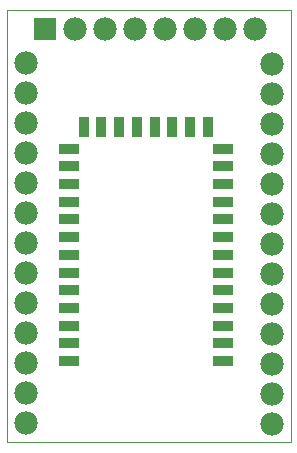
<source format=gts>
G75*
G70*
%OFA0B0*%
%FSLAX24Y24*%
%IPPOS*%
%LPD*%
%AMOC8*
5,1,8,0,0,1.08239X$1,22.5*
%
%ADD10C,0.0000*%
%ADD11R,0.0700X0.0360*%
%ADD12R,0.0360X0.0700*%
%ADD13C,0.0780*%
%ADD14R,0.0780X0.0780*%
D10*
X000380Y000225D02*
X000380Y014621D01*
X009829Y014621D01*
X009829Y000225D01*
X000380Y000225D01*
D11*
X002450Y002924D03*
X002450Y003515D03*
X002450Y004105D03*
X002450Y004696D03*
X002450Y005286D03*
X002450Y005877D03*
X002450Y006468D03*
X002450Y007058D03*
X002450Y007649D03*
X002450Y008239D03*
X002450Y008830D03*
X002450Y009420D03*
X002450Y010011D03*
X007569Y010011D03*
X007569Y009420D03*
X007569Y008830D03*
X007569Y008239D03*
X007569Y007649D03*
X007569Y007058D03*
X007569Y006468D03*
X007569Y005877D03*
X007569Y005286D03*
X007569Y004696D03*
X007569Y004105D03*
X007569Y003515D03*
X007569Y002924D03*
D12*
X007069Y010716D03*
X006478Y010716D03*
X005887Y010716D03*
X005297Y010716D03*
X004706Y010716D03*
X004116Y010716D03*
X003525Y010716D03*
X002935Y010716D03*
D13*
X001001Y010875D03*
X001001Y009875D03*
X001001Y008875D03*
X001001Y007875D03*
X001001Y006875D03*
X001001Y005875D03*
X001001Y004875D03*
X001001Y003875D03*
X001001Y002875D03*
X001001Y001875D03*
X001001Y000875D03*
X001001Y011875D03*
X001001Y012875D03*
X002650Y014010D03*
X003650Y014010D03*
X004650Y014010D03*
X005650Y014010D03*
X006650Y014010D03*
X007650Y014010D03*
X008650Y014010D03*
X009211Y012839D03*
X009211Y011839D03*
X009211Y010839D03*
X009211Y009839D03*
X009211Y008839D03*
X009211Y007839D03*
X009211Y006839D03*
X009211Y005839D03*
X009211Y004839D03*
X009211Y003839D03*
X009211Y002839D03*
X009211Y001839D03*
X009211Y000839D03*
D14*
X001650Y014010D03*
M02*

</source>
